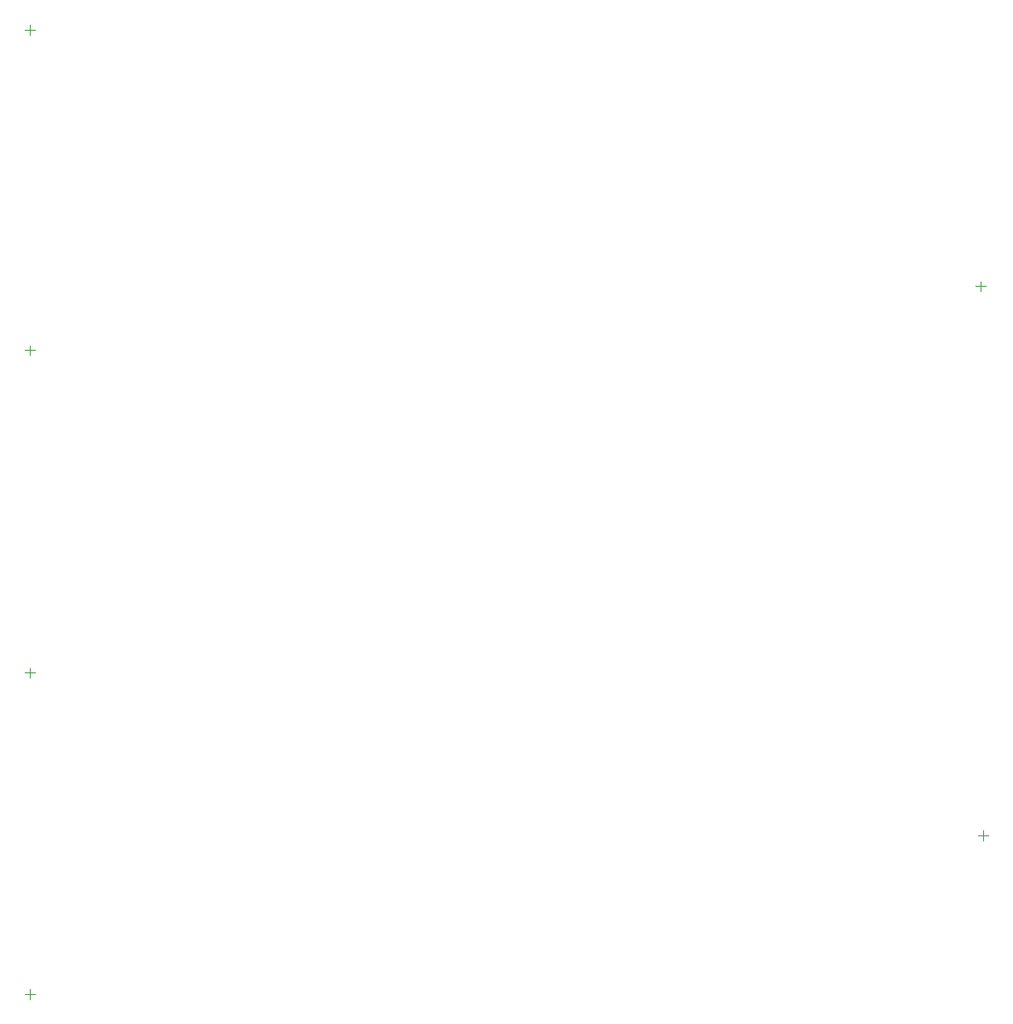
<source format=gbr>
%TF.GenerationSoftware,Altium Limited,Altium Designer,21.6.4 (81)*%
G04 Layer_Color=16711935*
%FSLAX43Y43*%
%MOMM*%
%TF.SameCoordinates,5D8205C6-A8A5-4108-8313-488A8EE5113E*%
%TF.FilePolarity,Positive*%
%TF.FileFunction,Other,Top_Component_Center*%
%TF.Part,Single*%
G01*
G75*
%TA.AperFunction,NonConductor*%
%ADD117C,0.100*%
D117*
X118922Y156522D02*
Y157522D01*
X118422Y157022D02*
X119422D01*
X213614Y76583D02*
Y77583D01*
X213114Y77083D02*
X214114D01*
X213360Y131072D02*
Y132072D01*
X212860Y131572D02*
X213860D01*
X118922Y124722D02*
Y125722D01*
X118422Y125222D02*
X119422D01*
X118449Y93218D02*
X119449D01*
X118949Y92718D02*
Y93718D01*
X118922Y60841D02*
Y61841D01*
X118422Y61341D02*
X119422D01*
%TF.MD5,17eb6cab921df5cba9ad2a82147f2f7e*%
M02*

</source>
